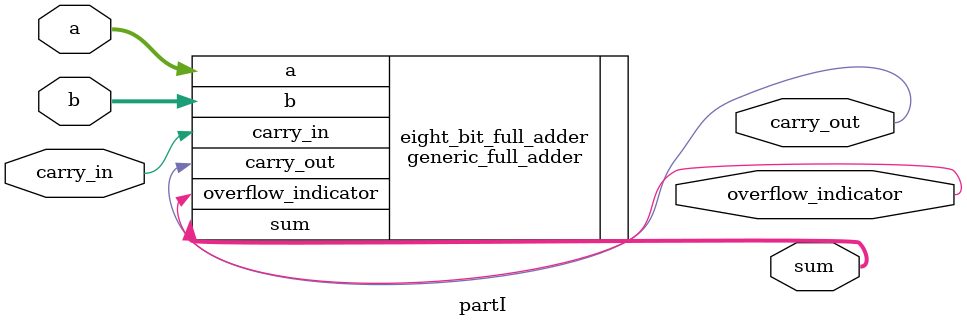
<source format=v>
module partI
(
	input [7:0] a, b,
	input carry_in,
	output [7:0] sum,
	output carry_out,
	output overflow_indicator //Overflow Bit
);

	generic_full_adder eight_bit_full_adder
	(
		.a(a),
		.b(b),
		.carry_in(carry_in),
		.sum(sum),
		.carry_out(carry_out),
        .overflow_indicator(overflow_indicator)
	);
endmodule

</source>
